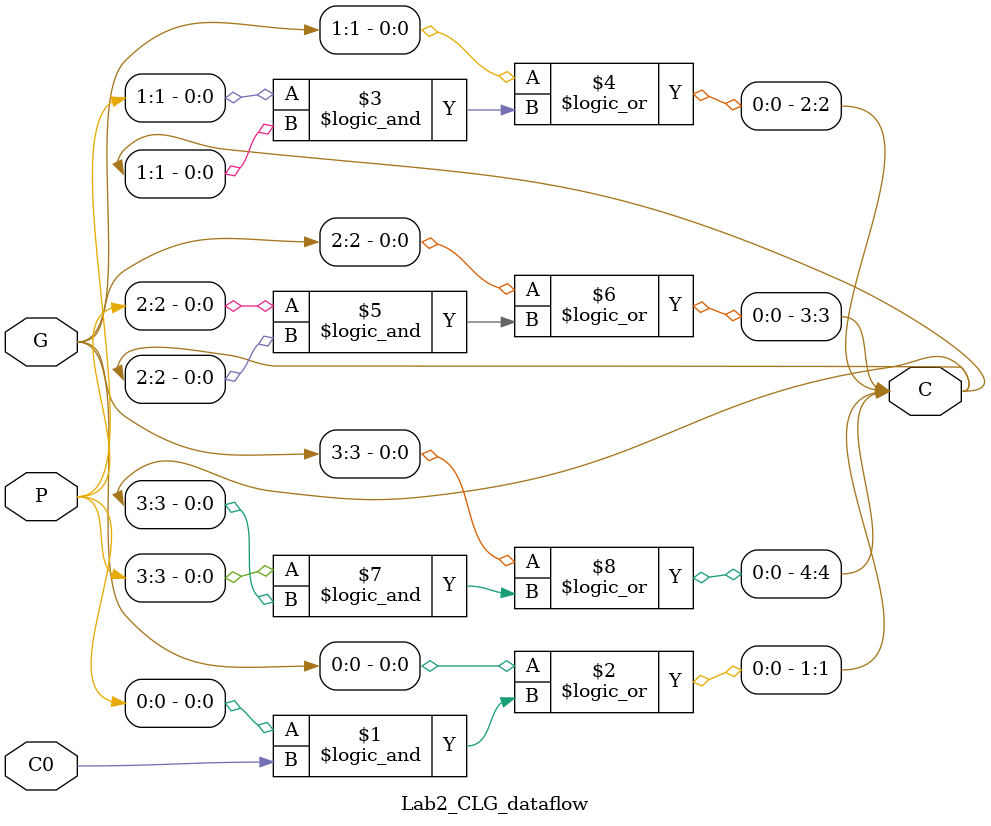
<source format=v>
module Lab2_CLG_dataflow (C ,P, G,  C0);

	input [3:0] P,G;
	input C0;
	output[4:1]C;

	assign C[1]=G[0]||(P[0]&&C0);
	assign C[2]=G[1]||(P[1]&&C[1]);
	assign C[3]=G[2]||(P[2]&&C[2]);
	assign C[4]=G[3]||(P[3]&&C[3]);




endmodule

</source>
